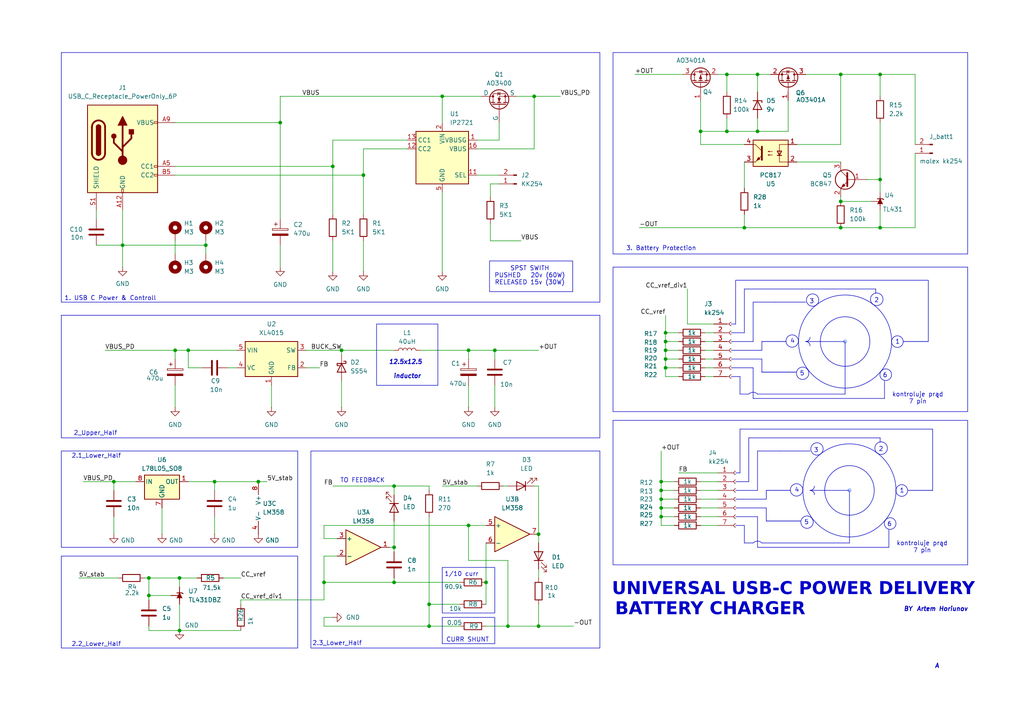
<source format=kicad_sch>
(kicad_sch (version 20231120) (generator "eeschema") (generator_version "8.0")
  (paper "A4")
  (junction (at 93.98 168.91))
  (junction (at 156.21 181.61))
  (junction (at 35.56 71.12))
  (junction (at 191.77 144.78))
  (junction (at 62.23 139.7))
  (junction (at 210.82 38.1))
  (junction (at 52.07 167.64))
  (junction (at 193.04 106.68))
  (junction (at 154.94 27.94))
  (junction (at 105.41 50.8))
  (junction (at 255.27 66.04))
  (junction (at 191.77 142.24))
  (junction (at 81.28 35.56))
  (junction (at 114.3 140.97))
  (junction (at 124.46 181.61))
  (junction (at 114.3 158.75))
  (junction (at 74.93 139.7))
  (junction (at 215.9 66.04))
  (junction (at 243.84 58.42))
  (junction (at 99.06 101.6))
  (junction (at 50.8 101.6))
  (junction (at 135.89 101.6))
  (junction (at 156.21 154.94))
  (junction (at 43.18 172.72))
  (junction (at 203.2 38.1))
  (junction (at 147.32 181.61))
  (junction (at 33.02 139.7))
  (junction (at 255.27 52.07))
  (junction (at 140.97 168.91))
  (junction (at 191.77 139.7))
  (junction (at 114.3 168.91))
  (junction (at 193.04 101.6))
  (junction (at 193.04 104.14))
  (junction (at 243.84 66.04))
  (junction (at 210.82 21.59))
  (junction (at 52.07 182.88))
  (junction (at 255.27 21.59))
  (junction (at 124.46 175.26))
  (junction (at 96.52 48.26))
  (junction (at 191.77 149.86))
  (junction (at 135.89 152.4))
  (junction (at 43.18 167.64))
  (junction (at 219.71 38.1))
  (junction (at 191.77 147.32))
  (junction (at 143.51 101.6))
  (junction (at 193.04 96.52))
  (junction (at 128.27 27.94))
  (junction (at 219.71 21.59))
  (junction (at 54.61 101.6))
  (junction (at 243.84 21.59))
  (junction (at 193.04 99.06))
  (junction (at 59.69 71.12))
  (wire (pts (xy 96.52 140.97) (xy 114.3 140.97)))
  (wire (pts (xy 255.27 66.04) (xy 243.84 66.04)))
  (wire (pts (xy 191.77 144.78) (xy 191.77 147.32)))
  (wire (pts (xy 52.07 167.64) (xy 52.07 170.18)))
  (wire (pts (xy 99.06 110.49) (xy 99.06 118.11)))
  (wire (pts (xy 138.43 50.8) (xy 144.78 50.8)))
  (wire (pts (xy 64.77 167.64) (xy 69.85 167.64)))
  (wire (pts (xy 265.43 66.04) (xy 255.27 66.04)))
  (wire (pts (xy 114.3 160.02) (xy 114.3 158.75)))
  (wire (pts (xy 142.24 53.34) (xy 144.78 53.34)))
  (wire (pts (xy 193.04 106.68) (xy 193.04 104.14)))
  (wire (pts (xy 147.32 162.56) (xy 147.32 181.61)))
  (wire (pts (xy 99.06 102.87) (xy 99.06 101.6)))
  (wire (pts (xy 204.47 109.22) (xy 207.01 109.22)))
  (wire (pts (xy 156.21 154.94) (xy 156.21 157.48)))
  (wire (pts (xy 156.21 181.61) (xy 166.37 181.61)))
  (wire (pts (xy 128.27 35.56) (xy 128.27 27.94)))
  (wire (pts (xy 33.02 139.7) (xy 39.37 139.7)))
  (wire (pts (xy 191.77 142.24) (xy 191.77 139.7)))
  (wire (pts (xy 124.46 149.86) (xy 124.46 175.26)))
  (wire (pts (xy 59.69 69.85) (xy 59.69 71.12)))
  (wire (pts (xy 69.85 173.99) (xy 69.85 175.26)))
  (wire (pts (xy 135.89 104.14) (xy 135.89 101.6)))
  (wire (pts (xy 114.3 158.75) (xy 113.03 158.75)))
  (wire (pts (xy 81.28 27.94) (xy 81.28 35.56)))
  (wire (pts (xy 203.2 149.86) (xy 208.28 149.86)))
  (wire (pts (xy 243.84 21.59) (xy 255.27 21.59)))
  (wire (pts (xy 203.2 38.1) (xy 203.2 41.91)))
  (wire (pts (xy 140.97 168.91) (xy 140.97 175.26)))
  (wire (pts (xy 105.41 43.18) (xy 105.41 50.8)))
  (wire (pts (xy 114.3 140.97) (xy 124.46 140.97)))
  (wire (pts (xy 196.85 99.06) (xy 193.04 99.06)))
  (wire (pts (xy 114.3 168.91) (xy 114.3 167.64)))
  (wire (pts (xy 193.04 109.22) (xy 193.04 106.68)))
  (wire (pts (xy 69.85 173.99) (xy 93.98 173.99)))
  (wire (pts (xy 196.85 106.68) (xy 193.04 106.68)))
  (wire (pts (xy 203.2 152.4) (xy 208.28 152.4)))
  (wire (pts (xy 128.27 140.97) (xy 138.43 140.97)))
  (wire (pts (xy 233.68 21.59) (xy 243.84 21.59)))
  (wire (pts (xy 81.28 35.56) (xy 81.28 63.5)))
  (wire (pts (xy 140.97 157.48) (xy 140.97 168.91)))
  (wire (pts (xy 185.42 66.04) (xy 215.9 66.04)))
  (wire (pts (xy 43.18 172.72) (xy 43.18 173.99)))
  (wire (pts (xy 255.27 52.07) (xy 255.27 55.88)))
  (wire (pts (xy 204.47 101.6) (xy 207.01 101.6)))
  (wire (pts (xy 219.71 21.59) (xy 219.71 26.67)))
  (wire (pts (xy 156.21 140.97) (xy 156.21 154.94)))
  (wire (pts (xy 50.8 48.26) (xy 96.52 48.26)))
  (wire (pts (xy 96.52 62.23) (xy 96.52 48.26)))
  (wire (pts (xy 193.04 99.06) (xy 193.04 96.52)))
  (wire (pts (xy 77.47 139.7) (xy 74.93 139.7)))
  (wire (pts (xy 50.8 35.56) (xy 81.28 35.56)))
  (wire (pts (xy 46.99 147.32) (xy 46.99 154.94)))
  (wire (pts (xy 30.48 101.6) (xy 50.8 101.6)))
  (wire (pts (xy 193.04 101.6) (xy 193.04 99.06)))
  (wire (pts (xy 195.58 144.78) (xy 191.77 144.78)))
  (wire (pts (xy 204.47 104.14) (xy 207.01 104.14)))
  (wire (pts (xy 96.52 179.07) (xy 93.98 179.07)))
  (wire (pts (xy 204.47 99.06) (xy 207.01 99.06)))
  (wire (pts (xy 215.9 62.23) (xy 215.9 66.04)))
  (wire (pts (xy 144.78 40.64) (xy 144.78 35.56)))
  (wire (pts (xy 124.46 175.26) (xy 124.46 181.61)))
  (wire (pts (xy 99.06 101.6) (xy 114.3 101.6)))
  (wire (pts (xy 59.69 71.12) (xy 59.69 73.66)))
  (wire (pts (xy 265.43 21.59) (xy 255.27 21.59)))
  (wire (pts (xy 191.77 144.78) (xy 191.77 142.24)))
  (wire (pts (xy 210.82 21.59) (xy 219.71 21.59)))
  (wire (pts (xy 154.94 27.94) (xy 149.86 27.94)))
  (wire (pts (xy 156.21 175.26) (xy 156.21 181.61)))
  (wire (pts (xy 196.85 137.16) (xy 208.28 137.16)))
  (wire (pts (xy 81.28 71.12) (xy 81.28 77.47)))
  (wire (pts (xy 195.58 147.32) (xy 191.77 147.32)))
  (wire (pts (xy 255.27 52.07) (xy 251.46 52.07)))
  (wire (pts (xy 50.8 69.85) (xy 50.8 73.66)))
  (wire (pts (xy 35.56 71.12) (xy 35.56 77.47)))
  (wire (pts (xy 219.71 21.59) (xy 223.52 21.59)))
  (wire (pts (xy 143.51 104.14) (xy 143.51 101.6)))
  (wire (pts (xy 105.41 43.18) (xy 118.11 43.18)))
  (wire (pts (xy 54.61 106.68) (xy 54.61 101.6)))
  (wire (pts (xy 265.43 44.45) (xy 265.43 66.04)))
  (wire (pts (xy 193.04 96.52) (xy 196.85 96.52)))
  (wire (pts (xy 22.86 167.64) (xy 34.29 167.64)))
  (wire (pts (xy 27.94 71.12) (xy 35.56 71.12)))
  (wire (pts (xy 196.85 109.22) (xy 193.04 109.22)))
  (wire (pts (xy 191.77 152.4) (xy 191.77 149.86)))
  (wire (pts (xy 196.85 101.6) (xy 193.04 101.6)))
  (wire (pts (xy 135.89 111.76) (xy 135.89 118.11)))
  (wire (pts (xy 35.56 71.12) (xy 59.69 71.12)))
  (wire (pts (xy 114.3 140.97) (xy 114.3 143.51)))
  (wire (pts (xy 243.84 41.91) (xy 231.14 41.91)))
  (wire (pts (xy 58.42 106.68) (xy 54.61 106.68)))
  (wire (pts (xy 93.98 152.4) (xy 93.98 156.21)))
  (wire (pts (xy 96.52 40.64) (xy 118.11 40.64)))
  (wire (pts (xy 151.13 69.85) (xy 142.24 69.85)))
  (wire (pts (xy 210.82 34.29) (xy 210.82 38.1)))
  (wire (pts (xy 142.24 64.77) (xy 142.24 69.85)))
  (wire (pts (xy 208.28 21.59) (xy 210.82 21.59)))
  (wire (pts (xy 143.51 111.76) (xy 143.51 118.11)))
  (wire (pts (xy 96.52 69.85) (xy 96.52 78.74)))
  (wire (pts (xy 191.77 149.86) (xy 191.77 147.32)))
  (wire (pts (xy 43.18 167.64) (xy 52.07 167.64)))
  (wire (pts (xy 105.41 69.85) (xy 105.41 78.74)))
  (wire (pts (xy 203.2 139.7) (xy 208.28 139.7)))
  (wire (pts (xy 54.61 101.6) (xy 68.58 101.6)))
  (wire (pts (xy 210.82 21.59) (xy 210.82 26.67)))
  (wire (pts (xy 50.8 111.76) (xy 50.8 118.11)))
  (wire (pts (xy 210.82 38.1) (xy 219.71 38.1)))
  (wire (pts (xy 228.6 29.21) (xy 228.6 38.1)))
  (wire (pts (xy 243.84 57.15) (xy 243.84 58.42)))
  (wire (pts (xy 128.27 27.94) (xy 139.7 27.94)))
  (wire (pts (xy 135.89 162.56) (xy 147.32 162.56)))
  (wire (pts (xy 78.74 111.76) (xy 78.74 118.11)))
  (wire (pts (xy 195.58 149.86) (xy 191.77 149.86)))
  (wire (pts (xy 43.18 182.88) (xy 52.07 182.88)))
  (wire (pts (xy 124.46 140.97) (xy 124.46 142.24)))
  (wire (pts (xy 195.58 142.24) (xy 191.77 142.24)))
  (wire (pts (xy 35.56 60.96) (xy 35.56 71.12)))
  (wire (pts (xy 41.91 167.64) (xy 43.18 167.64)))
  (wire (pts (xy 143.51 101.6) (xy 135.89 101.6)))
  (wire (pts (xy 50.8 50.8) (xy 105.41 50.8)))
  (wire (pts (xy 105.41 50.8) (xy 105.41 62.23)))
  (wire (pts (xy 156.21 165.1) (xy 156.21 167.64)))
  (wire (pts (xy 255.27 60.96) (xy 255.27 66.04)))
  (wire (pts (xy 121.92 101.6) (xy 135.89 101.6)))
  (wire (pts (xy 43.18 172.72) (xy 43.18 167.64)))
  (wire (pts (xy 93.98 168.91) (xy 93.98 161.29)))
  (wire (pts (xy 154.94 27.94) (xy 162.56 27.94)))
  (wire (pts (xy 140.97 181.61) (xy 147.32 181.61)))
  (wire (pts (xy 203.2 38.1) (xy 210.82 38.1)))
  (wire (pts (xy 133.35 168.91) (xy 114.3 168.91)))
  (wire (pts (xy 92.71 106.68) (xy 88.9 106.68)))
  (wire (pts (xy 193.04 101.6) (xy 193.04 104.14)))
  (wire (pts (xy 184.15 21.59) (xy 198.12 21.59)))
  (wire (pts (xy 154.94 43.18) (xy 154.94 27.94)))
  (wire (pts (xy 203.2 29.21) (xy 203.2 38.1)))
  (wire (pts (xy 124.46 175.26) (xy 133.35 175.26)))
  (wire (pts (xy 142.24 57.15) (xy 142.24 53.34)))
  (wire (pts (xy 147.32 181.61) (xy 156.21 181.61)))
  (wire (pts (xy 49.53 172.72) (xy 43.18 172.72)))
  (wire (pts (xy 199.39 83.82) (xy 199.39 93.98)))
  (wire (pts (xy 203.2 142.24) (xy 208.28 142.24)))
  (wire (pts (xy 33.02 149.86) (xy 33.02 154.94)))
  (wire (pts (xy 204.47 106.68) (xy 207.01 106.68)))
  (wire (pts (xy 62.23 149.86) (xy 62.23 154.94)))
  (wire (pts (xy 255.27 35.56) (xy 255.27 52.07)))
  (wire (pts (xy 69.85 182.88) (xy 52.07 182.88)))
  (wire (pts (xy 62.23 139.7) (xy 62.23 142.24)))
  (wire (pts (xy 62.23 139.7) (xy 74.93 139.7)))
  (wire (pts (xy 81.28 27.94) (xy 128.27 27.94)))
  (wire (pts (xy 195.58 152.4) (xy 191.77 152.4)))
  (wire (pts (xy 93.98 179.07) (xy 93.98 181.61)))
  (wire (pts (xy 27.94 63.5) (xy 27.94 60.96)))
  (wire (pts (xy 255.27 27.94) (xy 255.27 21.59)))
  (wire (pts (xy 93.98 156.21) (xy 97.79 156.21)))
  (wire (pts (xy 219.71 38.1) (xy 228.6 38.1)))
  (wire (pts (xy 191.77 130.81) (xy 191.77 139.7)))
  (wire (pts (xy 68.58 106.68) (xy 66.04 106.68)))
  (wire (pts (xy 140.97 152.4) (xy 135.89 152.4)))
  (wire (pts (xy 99.06 101.6) (xy 88.9 101.6)))
  (wire (pts (xy 24.13 139.7) (xy 33.02 139.7)))
  (wire (pts (xy 215.9 66.04) (xy 243.84 66.04)))
  (wire (pts (xy 52.07 167.64) (xy 57.15 167.64)))
  (wire (pts (xy 54.61 139.7) (xy 62.23 139.7)))
  (wire (pts (xy 138.43 40.64) (xy 144.78 40.64)))
  (wire (pts (xy 128.27 55.88) (xy 128.27 78.74)))
  (wire (pts (xy 204.47 96.52) (xy 207.01 96.52)))
  (wire (pts (xy 243.84 41.91) (xy 243.84 21.59)))
  (wire (pts (xy 199.39 93.98) (xy 207.01 93.98)))
  (wire (pts (xy 146.05 140.97) (xy 147.32 140.97)))
  (wire (pts (xy 52.07 175.26) (xy 52.07 182.88)))
  (wire (pts (xy 138.43 43.18) (xy 154.94 43.18)))
  (wire (pts (xy 193.04 91.44) (xy 193.04 96.52)))
  (wire (pts (xy 243.84 58.42) (xy 252.73 58.42)))
  (wire (pts (xy 114.3 151.13) (xy 114.3 158.75)))
  (wire (pts (xy 93.98 161.29) (xy 97.79 161.29)))
  (wire (pts (xy 93.98 181.61) (xy 124.46 181.61)))
  (wire (pts (xy 219.71 34.29) (xy 219.71 38.1)))
  (wire (pts (xy 191.77 139.7) (xy 195.58 139.7)))
  (wire (pts (xy 50.8 101.6) (xy 54.61 101.6)))
  (wire (pts (xy 43.18 182.88) (xy 43.18 181.61)))
  (wire (pts (xy 154.94 140.97) (xy 156.21 140.97)))
  (wire (pts (xy 203.2 144.78) (xy 208.28 144.78)))
  (wire (pts (xy 143.51 101.6) (xy 156.21 101.6)))
  (wire (pts (xy 265.43 41.91) (xy 265.43 21.59)))
  (wire (pts (xy 50.8 101.6) (xy 50.8 104.14)))
  (wire (pts (xy 93.98 168.91) (xy 114.3 168.91)))
  (wire (pts (xy 96.52 48.26) (xy 96.52 40.64)))
  (wire (pts (xy 124.46 181.61) (xy 133.35 181.61)))
  (wire (pts (xy 135.89 152.4) (xy 93.98 152.4)))
  (wire (pts (xy 203.2 147.32) (xy 208.28 147.32)))
  (wire (pts (xy 231.14 46.99) (xy 243.84 46.99)))
  (wire (pts (xy 215.9 46.99) (xy 215.9 54.61)))
  (wire (pts (xy 93.98 168.91) (xy 93.98 173.99)))
  (wire (pts (xy 33.02 142.24) (xy 33.02 139.7)))
  (wire (pts (xy 135.89 152.4) (xy 135.89 162.56)))
  (wire (pts (xy 203.2 41.91) (xy 215.9 41.91)))
  (wire (pts (xy 196.85 104.14) (xy 193.04 104.14)))
  (rectangle (start 128.27 179.07) (end 143.51 186.69))
  (rectangle (start 17.78 161.29) (end 86.36 187.96))
  (rectangle (start 269.24 81.28) (end 269.24 99.06))
  (rectangle (start 212.09 101.6) (end 220.98 101.6))
  (rectangle (start 220.98 99.06) (end 220.98 101.6))
  (rectangle (start 214.63 124.46) (end 270.51 124.46))
  (rectangle (start 218.44 87.63) (end 218.44 99.06))
  (rectangle (start 233.68 99.06) (end 245.11 99.06))
  (rectangle (start 17.78 91.44) (end 173.99 127))
  (circle (center 245.11 99.06) (radius 7.1842))
  (rectangle (start 219.71 114.3) (end 245.11 114.3))
  (rectangle (start 128.27 164.5795) (end 143.51 177.8))
  (rectangle (start 214.63 109.22) (end 214.63 114.3))
  (rectangle (start 222.25 142.24) (end 222.25 144.78))
  (rectangle (start 263.3541 142.2146) (end 270.51 142.24))
  (rectangle (start 215.9 83.82) (end 254 83.82))
  (arc (start 236.22 140.97) (mid 235.848 141.868) (end 234.95 142.24))
  (rectangle (start 141.986 75.692) (end 166.116 84.582))
  (rectangle (start 222.25 151.1046) (end 232.1813 151.13))
  (rectangle (start 213.36 144.78) (end 222.25 144.78))
  (rectangle (start 254 83.82) (end 254 85.09))
  (circle (center 246.38 142.24) (radius 7.1842))
  (circle (center 231.0346 142.0941) (radius 1.7961))
  (rectangle (start 215.9 83.82) (end 215.9 96.52))
  (rectangle (start 270.51 124.46) (end 270.51 142.24))
  (rectangle (start 212.09 106.68) (end 218.44 106.68))
  (circle (center 261.548 142.268) (radius 1.6901))
  (arc (start 234.95 97.79) (mid 234.578 98.688) (end 233.68 99.06))
  (rectangle (start 222.25 147.32) (end 222.25 151.13))
  (circle (center 254.2902 86.8075) (radius 1.826))
  (rectangle (start 224.79 87.63) (end 233.68 87.63))
  (rectangle (start 219.71 130.81) (end 219.71 142.24))
  (rectangle (start 212.09 109.22) (end 214.63 109.22))
  (rectangle (start 255.27 127) (end 255.27 128.27))
  (arc (start 234.95 142.24) (mid 235.848 142.612) (end 236.22 143.51))
  (rectangle (start 213.36 149.86) (end 219.71 149.86))
  (circle (center 260.278 99.088) (radius 1.6901))
  (rectangle (start 218.44 106.68) (end 218.44 115.57))
  (circle (center 245.11 99.06) (radius 0.4474) (stroke (width 0) (color 72 123 255 1)))
  (rectangle (start 109.22 93.98) (end 127 111.76))
  (circle (center 255.5602 129.9875) (radius 1.826))
  (rectangle (start 226.06 130.81) (end 234.95 130.81))
  (rectangle (start 213.36 81.28) (end 213.36 93.98))
  (rectangle (start 213.36 137.16) (end 214.63 137.16))
  (rectangle (start 213.36 147.32) (end 222.25 147.32))
  (rectangle (start 213.36 152.4) (end 215.9 152.4))
  (circle (center 236.9567 130.2107) (radius 1.7961))
  (rectangle (start 262.0841 99.0346) (end 269.24 99.06))
  (rectangle (start 212.09 99.06) (end 218.44 99.06))
  (rectangle (start 217.17 127) (end 217.17 139.7))
  (arc (start 233.68 99.06) (mid 234.578 99.432) (end 234.95 100.33))
  (rectangle (start 256.54 110.49) (end 256.54 115.57))
  (rectangle (start 177.8 77.47) (end 280.67 119.38))
  (rectangle (start 246.38 142.24) (end 246.38 157.48))
  (circle (center 234.0699 151.4415) (radius 1.7961))
  (arc (start 218.44 157.48) (mid 219.71 156.9539) (end 220.98 157.48))
  (rectangle (start 213.36 81.28) (end 269.24 81.28))
  (rectangle (start 215.9 157.48) (end 218.44 157.48))
  (rectangle (start 220.98 99.0346) (end 227.9791 99.06))
  (rectangle (start 217.17 127) (end 255.27 127))
  (arc (start 217.17 114.3) (mid 218.44 113.7739) (end 219.71 114.3))
  (circle (center 256.91 108.6757) (radius 1.6901))
  (rectangle (start 218.44 115.57) (end 256.54 115.57))
  (rectangle (start 219.71 158.75) (end 257.81 158.75))
  (rectangle (start 218.44 87.63) (end 224.79 87.63))
  (circle (center 229.7646 98.9141) (radius 1.7961))
  (rectangle (start 220.98 157.48) (end 246.38 157.48))
  (rectangle (start 222.25 142.2146) (end 229.2491 142.24))
  (rectangle (start 212.09 93.98) (end 213.36 93.98))
  (circle (center 258.18 151.8557) (radius 1.6901))
  (rectangle (start 177.8 15.24) (end 280.67 73.66))
  (rectangle (start 219.71 149.86) (end 219.71 158.75))
  (rectangle (start 220.98 104.14) (end 220.98 107.95))
  (rectangle (start 214.63 124.46) (end 214.63 137.16))
  (circle (center 235.6867 87.0307) (radius 1.7961))
  (rectangle (start 213.36 139.7) (end 217.17 139.7))
  (rectangle (start 257.81 153.67) (end 257.81 158.75))
  (rectangle (start 213.36 142.24) (end 219.71 142.24))
  (rectangle (start 214.63 114.3) (end 217.17 114.3))
  (circle (center 246.38 142.24) (radius 0.4474) (stroke (width 0) (color 72 123 255 1)))
  (rectangle (start 17.78 15.24) (end 173.99 87.63))
  (rectangle (start 219.71 130.81) (end 226.06 130.81))
  (rectangle (start 17.78 130.81) (end 86.36 158.75))
  (circle (center 245.11 99.06) (radius 13.5003))
  (rectangle (start 245.11 99.06) (end 245.11 114.3))
  (rectangle (start 234.95 142.24) (end 246.38 142.24))
  (circle (center 246.38 142.24) (radius 13.5003))
  (rectangle (start 212.09 96.52) (end 215.9 96.52))
  (rectangle (start 215.9 152.4) (end 215.9 157.48))
  (rectangle (start 220.98 107.9246) (end 230.9113 107.95))
  (rectangle (start 177.8 121.92) (end 280.67 163.83))
  (rectangle (start 212.09 104.14) (end 220.98 104.14))
  (circle (center 232.7999 108.2615) (radius 1.7961))
  (rectangle (start 90.17 130.81) (end 173.99 187.96))
  (text "BATTERY CHARGER" (at 205.994 177.8 0) (effects (font (size 3.683 3.683) (bold yes) (italic yes))))
  (text "1/10 curr\n" (at 133.858 166.624 0) (effects (font (size 1.27 1.27))))
  (text "4\n" (at 229.87 99.06 0) (effects (font (size 1.27 1.27))))
  (text "2\n" (at 254.2552 87.2093 0) (effects (font (size 1.27 1.27))))
  (text "5\n" (at 232.654 108.4325 0) (effects (font (size 1.27 1.27))))
  (text "2.2_Lower_Half" (at 27.94 186.944 0) (effects (font (size 1.27 1.27))))
  (text "1\n" (at 260.3448 99.264 0) (effects (font (size 1.27 1.27))))
  (text "TO FEEDBACK\n" (at 105.156 139.446 0) (effects (font (size 1.27 1.27))))
  (text "kontroluje prąd\n7 pin\n" (at 267.462 158.75 0) (effects (font (size 1.27 1.27))))
  (text "2.1_Lower_Half" (at 27.94 132.334 0) (effects (font (size 1.27 1.27))))
  (text "4\n" (at 231.14 142.24 0) (effects (font (size 1.27 1.27))))
  (text "1\n" (at 261.6148 142.444 0) (effects (font (size 1.27 1.27))))
  (text "SPST SWITH\nPUSHED   20v (60W)\nRELEASED 15v (30W)" (at 153.67 80.01 0) (effects (font (size 1.27 1.27))))
  (text "UNIVERSAL USB-C POWER DELIVERY\n" (at 230.124 171.958 0) (effects (font (size 3.683 3.683) (thickness 0.254) (bold yes) (italic yes))))
  (text "kontroluje prąd\n7 pin\n" (at 266.192 115.57 0) (effects (font (size 1.27 1.27))))
  (text "3. Battery Protection" (at 191.77 72.136 0) (effects (font (size 1.27 1.27))))
  (text "5\n" (at 233.924 151.6125 0) (effects (font (size 1.27 1.27))))
  (text "2.3_Lower_Half\n" (at 97.79 186.69 0) (effects (font (size 1.27 1.27))))
  (text "3" (at 235.4492 87.5247 0) (effects (font (size 1.27 1.27))))
  (text "CURR SHUNT\n\n" (at 135.636 186.69 0) (effects (font (size 1.27 1.27))))
  (text "12.5x12.5 \n\ninductor" (at 118.11 107.188 0) (effects (font (size 1.27 1.27) (bold yes) (italic yes))))
  (text "BY\n" (at 263.398 176.784 0) (effects (font (size 1.27 1.27) (bold yes) (italic yes))))
  (text "A\n" (at 271.78 193.294 0) (effects (font (size 1.27 1.27) (bold yes) (italic yes))))
  (text "2\n" (at 255.5252 130.3893 0) (effects (font (size 1.27 1.27))))
  (text "6\n" (at 256.7232 108.9859 0) (effects (font (size 1.27 1.27))))
  (text "1. USB C Power & Controll" (at 32.004 86.614 0) (effects (font (size 1.27 1.27))))
  (text "2_Upper_Half\n" (at 27.686 125.73 0) (effects (font (size 1.27 1.27))))
  (text "6\n" (at 257.9932 152.1659 0) (effects (font (size 1.27 1.27))))
  (text "3" (at 236.7192 130.7047 0) (effects (font (size 1.27 1.27))))
  (text "Artem Horiunov" (at 273.304 176.784 0) (effects (font (size 1.27 1.27) (bold yes) (italic yes))))
  (label "+OUT" (at 184.15 21.59 0))
  (label "CC_vref_div1" (at 69.85 173.99 0))
  (label "CC_vref" (at 193.04 91.44 180))
  (label "VBUS" (at 151.13 69.85 0))
  (label "FB" (at 196.85 137.16 0))
  (label "FB" (at 96.52 140.97 180))
  (label "5V_stab" (at 128.27 140.97 0))
  (label "5V_stab" (at 22.86 167.64 0))
  (label "-OUT" (at 185.42 66.04 0))
  (label "-OUT" (at 166.37 181.61 0))
  (label "VBUS_PD" (at 24.13 139.7 0))
  (label "BUCK_SW" (at 90.17 101.6 0))
  (label "VBUS_PD" (at 30.48 101.6 0))
  (label "VBUS" (at 87.63 27.94 0))
  (label "CC_vref_div1" (at 199.39 83.82 180))
  (label "VBUS_PD" (at 162.56 27.94 0))
  (label "FB" (at 92.71 106.68 0))
  (label "+OUT" (at 156.21 101.6 0))
  (label "CC_vref" (at 69.85 167.64 0))
  (label "5V_stab" (at 77.47 139.7 0))
  (label "+OUT" (at 191.77 130.81 0))
  (symbol (lib_id "Device:R") (at 156.21 171.45 0) (unit 1)
    (property "Reference" "R10" (at 157.988 170.434 0) (effects (justify left)))
    (property "Value" "1k" (at 158.75 172.7199 0) (effects (justify left)))
    (property "Footprint" "Resistor_SMD:R_0603_1608Metric_Pad0.98x0.95mm_HandSolder" (effects (hide yes)))
    (property "Description" "Resistor" (effects (hide yes)))
  )
  (symbol (lib_id "Reference_Voltage:TL431DBZ") (at 255.27 58.42 90) (unit 1)
    (property "Reference" "U4" (at 256.54 56.642 90) (effects (justify right)))
    (property "Value" "TL431" (at 256.032 60.706 90) (effects (justify right)))
    (property "Footprint" "Package_TO_SOT_SMD:SOT-23" (effects (hide yes)))
    (property "Datasheet" "http://www.ti.com/lit/ds/symlink/tl431.pdf" (effects (hide yes)))
    (property "Description" "Shunt Regulator, SOT-23" (effects (hide yes)))
  )
  (symbol (lib_id "Amplifier_Operational:LM358") (at 148.59 154.94 0) (unit 2)
    (property "Reference" "U3" (at 148.59 144.78 0))
    (property "Value" "LM358" (at 148.59 147.32 0))
    (property "Footprint" "Package_SO:SO-8_3.9x4.9mm_P1.27mm" (effects (hide yes)))
    (property "Datasheet" "http://www.ti.com/lit/ds/symlink/lm2904-n.pdf" (effects (hide yes)))
    (property "Description" "Low-Power, Dual Operational Amplifiers, DIP-8/SOIC-8/TO-99-8" (effects (hide yes)))
  )
  (symbol (lib_id "power:GND") (at 135.89 118.11 0) (unit 1)
    (property "Reference" "#PWR013" (effects (hide yes)))
    (property "Value" "GND" (at 135.89 123.19 0))
    (property "Description" "Power symbol creates a global label with name \"GND\" , ground" (effects (hide yes)))
  )
  (symbol (lib_id "Device:R") (at 200.66 104.14 90) (unit 1)
    (property "Reference" "R20" (at 188.722 103.886 90))
    (property "Value" "1k" (at 200.66 104.14 90))
    (property "Footprint" "Resistor_SMD:R_0603_1608Metric_Pad0.98x0.95mm_HandSolder" (effects (hide yes)))
    (property "Description" "Resistor" (effects (hide yes)))
  )
  (symbol (lib_id "Device:C") (at 33.02 146.05 0) (unit 1)
    (property "Reference" "C3" (at 36.83 144.7799 0) (effects (justify left)))
    (property "Value" "10n" (at 36.83 147.3199 0) (effects (justify left)))
    (property "Footprint" "Capacitor_SMD:C_0603_1608Metric_Pad1.08x0.95mm_HandSolder" (effects (hide yes)))
    (property "Description" "Unpolarized capacitor" (effects (hide yes)))
  )
  (symbol (lib_id "power:GND") (at 33.02 154.94 0) (unit 1)
    (property "Reference" "#PWR08" (effects (hide yes)))
    (property "Value" "GND" (at 37.084 156.718 0))
    (property "Description" "Power symbol creates a global label with name \"GND\" , ground" (effects (hide yes)))
  )
  (symbol (lib_id "Simulation_SPICE:NMOS") (at 144.78 30.48 90) (unit 1)
    (property "Reference" "Q1" (at 144.78 21.59 90))
    (property "Value" "AO3400" (at 144.78 24.13 90))
    (property "Footprint" "Package_TO_SOT_SMD:SOT-23" (effects (hide yes)))
    (property "Datasheet" "https://ngspice.sourceforge.io/docs/ngspice-html-manual/manual.xhtml#cha_MOSFETs" (effects (hide yes)))
    (property "Description" "N-MOSFET transistor, drain/source/gate" (effects (hide yes)))
    (property "Sim.Device" "NMOS" (effects (hide yes)))
    (property "Sim.Type" "VDMOS" (effects (hide yes)))
    (property "Sim.Pins" "1=D 2=G 3=S" (effects (hide yes)))
  )
  (symbol (lib_id "Mechanical:MountingHole_Pad") (at 50.8 67.31 0) (unit 1)
    (property "Reference" "H1" (at 53.34 64.7699 0) (effects (justify left)))
    (property "Value" "M3" (at 53.34 67.3099 0) (effects (justify left)))
    (property "Footprint" "MountingHole:MountingHole_3.2mm_M3_Pad_Via" (effects (hide yes)))
    (property "Description" "Mounting Hole with connection" (effects (hide yes)))
  )
  (symbol (lib_id "Device:R") (at 142.24 140.97 90) (unit 1)
    (property "Reference" "R7" (at 142.24 134.62 90))
    (property "Value" "1k" (at 142.24 137.16 90))
    (property "Footprint" "Resistor_SMD:R_0603_1608Metric_Pad0.98x0.95mm_HandSolder" (effects (hide yes)))
    (property "Description" "Resistor" (effects (hide yes)))
  )
  (symbol (lib_id "Device:R") (at 124.46 146.05 180) (unit 1)
    (property "Reference" "R11" (at 127 144.7799 0) (effects (justify right)))
    (property "Value" "270" (at 127 147.3199 0) (effects (justify right)))
    (property "Footprint" "Resistor_SMD:R_0603_1608Metric_Pad0.98x0.95mm_HandSolder" (effects (hide yes)))
    (property "Description" "Resistor" (effects (hide yes)))
  )
  (symbol (lib_id "Device:C_Polarized") (at 135.89 107.95 0) (unit 1)
    (property "Reference" "C1" (at 130.81 105.41 0) (effects (justify left)))
    (property "Value" "470u" (at 130.302 111.252 0) (effects (justify left)))
    (property "Footprint" "Capacitor_SMD:CP_Elec_10x10" (effects (hide yes)))
    (property "Description" "Polarized capacitor" (effects (hide yes)))
  )
  (symbol (lib_id "Device:R") (at 215.9 58.42 180) (unit 1)
    (property "Reference" "R28" (at 218.44 57.1499 0) (effects (justify right)))
    (property "Value" "1k" (at 218.44 59.6899 0) (effects (justify right)))
    (property "Footprint" "Resistor_SMD:R_0603_1608Metric_Pad0.98x0.95mm_HandSolder" (effects (hide yes)))
    (property "Description" "Resistor" (effects (hide yes)))
  )
  (symbol (lib_id "Device:LED") (at 156.21 161.29 90) (unit 1)
    (property "Reference" "D1" (at 160.02 161.6074 90) (effects (justify right)))
    (property "Value" "LED" (at 160.02 164.1474 90) (effects (justify right)))
    (property "Footprint" "LED_SMD:LED_0603_1608Metric" (effects (hide yes)))
    (property "Description" "Light emitting diode" (effects (hide yes)))
  )
  (symbol (lib_id "Amplifier_Operational:LM358") (at 77.47 147.32 0) (unit 3)
    (property "Reference" "U3" (at 76.2 146.0499 0) (effects (justify left)))
    (property "Value" "LM358" (at 76.2 148.5899 0) (effects (justify left)))
    (property "Footprint" "Package_SO:SO-8_3.9x4.9mm_P1.27mm" (effects (hide yes)))
    (property "Datasheet" "http://www.ti.com/lit/ds/symlink/lm2904-n.pdf" (effects (hide yes)))
    (property "Description" "Low-Power, Dual Operational Amplifiers, DIP-8/SOIC-8/TO-99-8" (effects (hide yes)))
  )
  (symbol (lib_id "power:GND") (at 78.74 118.11 0) (unit 1)
    (property "Reference" "#PWR04" (effects (hide yes)))
    (property "Value" "GND" (at 78.74 123.19 0))
    (property "Description" "Power symbol creates a global label with name \"GND\" , ground" (effects (hide yes)))
  )
  (symbol (lib_id "Device:C_Polarized") (at 50.8 107.95 0) (unit 1)
    (property "Reference" "C6" (at 43.18 107.95 0) (effects (justify left)))
    (property "Value" "470u" (at 42.418 109.728 0) (effects (justify left)))
    (property "Footprint" "Capacitor_SMD:CP_Elec_10x10" (effects (hide yes)))
    (property "Description" "Polarized capacitor" (effects (hide yes)))
  )
  (symbol (lib_id "Connector:Conn_01x07_Socket") (at 213.36 144.78 0) (unit 1)
    (property "Reference" "J4" (at 205.486 131.318 0) (effects (justify left)))
    (property "Value" "kk254" (at 205.486 133.858 0) (effects (justify left)))
    (property "Footprint" "Connector_Molex:Molex_KK-254_AE-6410-07A_1x07_P2.54mm_Vertical" (effects (hide yes)))
    (property "Description" "Generic connector, single row, 01x07, script generated" (effects (hide yes)))
  )
  (symbol (lib_id "Regulator_Linear:L78L05_SO8") (at 46.99 139.7 0) (unit 1)
    (property "Reference" "U6" (at 46.99 133.35 0))
    (property "Value" "L78L05_SO8" (at 46.99 135.89 0))
    (property "Footprint" "Package_SO:SOIC-8_3.9x4.9mm_P1.27mm" (effects (hide yes)))
    (property "Datasheet" "http://www.st.com/content/ccc/resource/technical/document/datasheet/15/55/e5/aa/23/5b/43/fd/CD00000446.pdf/files/CD00000446.pdf/jcr:content/translations/en.CD00000446.pdf" (effects (hide yes)))
    (property "Description" "Positive 100mA 30V Linear Regulator, Fixed Output 5V, SO-8" (effects (hide yes)))
  )
  (symbol (lib_id "Device:R") (at 199.39 147.32 90) (unit 1)
    (property "Reference" "R24" (at 187.452 147.066 90))
    (property "Value" "1k" (at 199.39 147.32 90))
    (property "Footprint" "Resistor_SMD:R_0603_1608Metric_Pad0.98x0.95mm_HandSolder" (effects (hide yes)))
    (property "Description" "Resistor" (effects (hide yes)))
  )
  (symbol (lib_id "Device:C_Polarized") (at 81.28 67.31 0) (unit 1)
    (property "Reference" "C2" (at 85.09 65.1509 0) (effects (justify left)))
    (property "Value" "470u" (at 85.09 67.6909 0) (effects (justify left)))
    (property "Footprint" "Capacitor_SMD:CP_Elec_10x10" (effects (hide yes)))
    (property "Description" "Polarized capacitor" (effects (hide yes)))
  )
  (symbol (lib_id "Connector:USB_C_Receptacle_PowerOnly_6P") (at 35.56 43.18 0) (unit 1)
    (property "Reference" "J1" (at 35.56 25.4 0))
    (property "Value" "USB_C_Receptacle_PowerOnly_6P" (at 35.56 27.94 0))
    (property "Footprint" "Connector_USB:USB_C_Receptacle_GCT_USB4135-GF-A_6P_TopMnt_Horizontal" (effects (hide yes)))
    (property "Datasheet" "https://www.usb.org/sites/default/files/documents/usb_type-c.zip" (effects (hide yes)))
    (property "Description" "USB Power-Only 6P Type-C Receptacle connector" (effects (hide yes)))
  )
  (symbol (lib_id "Device:C") (at 43.18 177.8 0) (unit 1)
    (property "Reference" "C5" (at 46.99 176.5299 0) (effects (justify left)))
    (property "Value" "1u" (at 46.99 179.0699 0) (effects (justify left)))
    (property "Footprint" "Capacitor_SMD:C_0805_2012Metric_Pad1.18x1.45mm_HandSolder" (effects (hide yes)))
    (property "Description" "Unpolarized capacitor" (effects (hide yes)))
  )
  (symbol (lib_id "Device:R") (at 199.39 149.86 90) (unit 1)
    (property "Reference" "R25" (at 187.452 149.352 90))
    (property "Value" "1k" (at 199.39 149.86 90))
    (property "Footprint" "Resistor_SMD:R_0603_1608Metric_Pad0.98x0.95mm_HandSolder" (effects (hide yes)))
    (property "Description" "Resistor" (effects (hide yes)))
  )
  (symbol (lib_id "power:GND") (at 81.28 77.47 0) (unit 1)
    (property "Reference" "#PWR06" (effects (hide yes)))
    (property "Value" "GND" (at 81.28 82.55 0))
    (property "Description" "Power symbol creates a global label with name \"GND\" , ground" (effects (hide yes)))
  )
  (symbol (lib_id "Device:R") (at 199.39 152.4 90) (unit 1)
    (property "Reference" "R27" (at 187.452 151.892 90))
    (property "Value" "1k" (at 199.39 152.4 90))
    (property "Footprint" "Resistor_SMD:R_0603_1608Metric_Pad0.98x0.95mm_HandSolder" (effects (hide yes)))
    (property "Description" "Resistor" (effects (hide yes)))
  )
  (symbol (lib_id "power:GND") (at 35.56 77.47 0) (unit 1)
    (property "Reference" "#PWR03" (effects (hide yes)))
    (property "Value" "GND" (at 35.56 82.296 0))
    (property "Description" "Power symbol creates a global label with name \"GND\" , ground" (effects (hide yes)))
  )
  (symbol (lib_id "power:GND") (at 62.23 154.94 0) (unit 1)
    (property "Reference" "#PWR09" (effects (hide yes)))
    (property "Value" "GND" (at 66.294 156.718 0))
    (property "Description" "Power symbol creates a global label with name \"GND\" , ground" (effects (hide yes)))
  )
  (symbol (lib_id "Device:R") (at 200.66 99.06 90) (unit 1)
    (property "Reference" "R18" (at 188.722 99.314 90))
    (property "Value" "1k" (at 200.66 99.06 90))
    (property "Footprint" "Resistor_SMD:R_0603_1608Metric_Pad0.98x0.95mm_HandSolder" (effects (hide yes)))
    (property "Description" "Resistor" (effects (hide yes)))
  )
  (symbol (lib_id "Device:R") (at 137.16 175.26 90) (unit 1)
    (property "Reference" "R8" (at 137.16 175.26 90))
    (property "Value" "10k" (at 132.08 176.53 90))
    (property "Footprint" "Resistor_SMD:R_0603_1608Metric_Pad0.98x0.95mm_HandSolder" (effects (hide yes)))
    (property "Description" "Resistor" (effects (hide yes)))
  )
  (symbol (lib_id "Device:R") (at 137.16 168.91 90) (unit 1)
    (property "Reference" "R6" (at 137.16 168.91 90))
    (property "Value" "90.9k" (at 131.572 170.18 90))
    (property "Footprint" "Resistor_SMD:R_0603_1608Metric_Pad0.98x0.95mm_HandSolder" (effects (hide yes)))
    (property "Description" "Resistor" (effects (hide yes)))
  )
  (symbol (lib_id "Device:R") (at 200.66 106.68 90) (unit 1)
    (property "Reference" "R21" (at 188.722 106.172 90))
    (property "Value" "1k" (at 200.66 106.68 90))
    (property "Footprint" "Resistor_SMD:R_0603_1608Metric_Pad0.98x0.95mm_HandSolder" (effects (hide yes)))
    (property "Description" "Resistor" (effects (hide yes)))
  )
  (symbol (lib_id "Device:R") (at 142.24 60.96 0) (unit 1)
    (property "Reference" "R3" (at 144.78 59.6899 0) (effects (justify left)))
    (property "Value" "5K1" (at 144.78 62.2299 0) (effects (justify left)))
    (property "Footprint" "Resistor_SMD:R_0603_1608Metric_Pad0.98x0.95mm_HandSolder" (effects (hide yes)))
    (property "Description" "Resistor" (effects (hide yes)))
  )
  (symbol (lib_id "Device:R") (at 199.39 139.7 90) (unit 1)
    (property "Reference" "R12" (at 187.452 139.954 90))
    (property "Value" "1k" (at 199.39 139.7 90))
    (property "Footprint" "Resistor_SMD:R_0603_1608Metric_Pad0.98x0.95mm_HandSolder" (effects (hide yes)))
    (property "Description" "Resistor" (effects (hide yes)))
  )
  (symbol (lib_id "Device:C") (at 27.94 67.31 180) (unit 1)
    (property "Reference" "C10" (at 22.098 66.548 0))
    (property "Value" "10n" (at 22.352 68.834 0))
    (property "Footprint" "Capacitor_SMD:C_0603_1608Metric_Pad1.08x0.95mm_HandSolder" (effects (hide yes)))
    (property "Description" "Unpolarized capacitor" (effects (hide yes)))
  )
  (symbol (lib_id "Device:R") (at 105.41 66.04 0) (unit 1)
    (property "Reference" "R1" (at 107.95 64.7699 0) (effects (justify left)))
    (property "Value" "5K1" (at 107.95 67.3099 0) (effects (justify left)))
    (property "Footprint" "Resistor_SMD:R_0603_1608Metric_Pad0.98x0.95mm_HandSolder" (effects (hide yes)))
    (property "Description" "Resistor" (effects (hide yes)))
  )
  (symbol (lib_id "Regulator_Switching:XL4015") (at 78.74 104.14 0) (unit 1)
    (property "Reference" "U2" (at 78.74 93.98 0))
    (property "Value" "XL4015" (at 78.74 96.52 0))
    (property "Footprint" "Package_TO_SOT_SMD:TO-263-5_TabPin3" (effects (hide yes)))
    (property "Datasheet" "http://www.xlsemi.net/datasheet/XL4015%20datasheet-English.pdf" (effects (hide yes)))
    (property "Description" "5A 180kHz 36V Buck DC to DC Converter" (effects (hide yes)))
  )
  (symbol (lib_id "Device:C") (at 114.3 163.83 0) (unit 1)
    (property "Reference" "C8" (at 118.11 162.5599 0) (effects (justify left)))
    (property "Value" "1n" (at 118.11 165.0999 0) (effects (justify left)))
    (property "Footprint" "Capacitor_SMD:C_0603_1608Metric_Pad1.08x0.95mm_HandSolder" (effects (hide yes)))
    (property "Description" "Unpolarized capacitor" (effects (hide yes)))
  )
  (symbol (lib_id "Diode:SS38") (at 99.06 106.68 270) (unit 1)
    (property "Reference" "D2" (at 101.6 105.0924 90) (effects (justify left)))
    (property "Value" "SS54" (at 101.6 107.6324 90) (effects (justify left)))
    (property "Footprint" "Diode_SMD:D_SMA" (effects (hide yes)))
    (property "Datasheet" "https://www.microdiode.com/uploadfiles//PDF/SS32-THRU-SS3200-SMA.pdf" (effects (hide yes)))
    (property "Description" "80V 3A Schottky Diode, SMA" (effects (hide yes)))
  )
  (symbol (lib_id "Transistor_FET:AO3401A") (at 203.2 24.13 90) (unit 1)
    (property "Reference" "Q4" (at 205.232 26.67 90))
    (property "Value" "AO3401A" (at 200.406 17.526 90))
    (property "Footprint" "Package_TO_SOT_SMD:SOT-23" (effects (hide yes)))
    (property "Datasheet" "http://www.aosmd.com/pdfs/datasheet/AO3401A.pdf" (effects (hide yes)))
    (property "Description" "-4.0A Id, -30V Vds, P-Channel MOSFET, SOT-23" (effects (hide yes)))
  )
  (symbol (lib_id "power:GND") (at 96.52 78.74 0) (unit 1)
    (property "Reference" "#PWR02" (effects (hide yes)))
    (property "Value" "GND" (at 96.52 83.82 0))
    (property "Description" "Power symbol creates a global label with name \"GND\" , ground" (effects (hide yes)))
  )
  (symbol (lib_id "power:GND") (at 128.27 78.74 0) (unit 1)
    (property "Reference" "#PWR05" (effects (hide yes)))
    (property "Value" "GND" (at 128.27 83.82 0))
    (property "Description" "Power symbol creates a global label with name \"GND\" , ground" (effects (hide yes)))
  )
  (symbol (lib_id "Transistor_FET:AO3401A") (at 228.6 24.13 270) (mirror x) (unit 1)
    (property "Reference" "Q6" (at 232.156 26.924 90))
    (property "Value" "AO3401A" (at 235.204 28.956 90))
    (property "Footprint" "Package_TO_SOT_SMD:SOT-23" (effects (hide yes)))
    (property "Datasheet" "http://www.aosmd.com/pdfs/datasheet/AO3401A.pdf" (effects (hide yes)))
    (property "Description" "-4.0A Id, -30V Vds, P-Channel MOSFET, SOT-23" (effects (hide yes)))
  )
  (symbol (lib_id "Device:C") (at 62.23 146.05 0) (unit 1)
    (property "Reference" "C4" (at 66.04 144.7799 0) (effects (justify left)))
    (property "Value" "1u" (at 66.04 147.3199 0) (effects (justify left)))
    (property "Footprint" "Capacitor_SMD:C_0805_2012Metric_Pad1.18x1.45mm_HandSolder" (effects (hide yes)))
    (property "Description" "Unpolarized capacitor" (effects (hide yes)))
  )
  (symbol (lib_id "Mechanical:MountingHole_Pad") (at 59.69 67.31 0) (unit 1)
    (property "Reference" "H2" (at 62.23 64.7699 0) (effects (justify left)))
    (property "Value" "M3" (at 62.23 67.3099 0) (effects (justify left)))
    (property "Footprint" "MountingHole:MountingHole_3.2mm_M3_Pad_Via" (effects (hide yes)))
    (property "Description" "Mounting Hole with connection" (effects (hide yes)))
  )
  (symbol (lib_id "Amplifier_Operational:LM358") (at 105.41 158.75 0) (unit 1)
    (property "Reference" "U3" (at 105.41 148.59 0))
    (property "Value" "LM358" (at 105.41 151.13 0))
    (property "Footprint" "Package_SO:SO-8_3.9x4.9mm_P1.27mm" (effects (hide yes)))
    (property "Datasheet" "http://www.ti.com/lit/ds/symlink/lm2904-n.pdf" (effects (hide yes)))
    (property "Description" "Low-Power, Dual Operational Amplifiers, DIP-8/SOIC-8/TO-99-8" (effects (hide yes)))
  )
  (symbol (lib_id "Device:D_Zener") (at 219.71 30.48 270) (unit 1)
    (property "Reference" "D5" (at 222.25 29.2099 90) (effects (justify left)))
    (property "Value" "9v" (at 222.25 31.7499 90) (effects (justify left)))
    (property "Footprint" "Diode_SMD:D_SOD-123F" (effects (hide yes)))
    (property "Description" "Zener diode" (effects (hide yes)))
  )
  (symbol (lib_id "power:GND") (at 99.06 118.11 0) (unit 1)
    (property "Reference" "#PWR012" (effects (hide yes)))
    (property "Value" "GND" (at 99.06 123.19 0))
    (property "Description" "Power symbol creates a global label with name \"GND\" , ground" (effects (hide yes)))
  )
  (symbol (lib_id "Device:R") (at 199.39 142.24 90) (unit 1)
    (property "Reference" "R13" (at 187.452 142.494 90))
    (property "Value" "1k" (at 199.39 142.24 90))
    (property "Footprint" "Resistor_SMD:R_0603_1608Metric_Pad0.98x0.95mm_HandSolder" (effects (hide yes)))
    (property "Description" "Resistor" (effects (hide yes)))
  )
  (symbol (lib_id "Device:R") (at 137.16 181.61 90) (unit 1)
    (property "Reference" "R9" (at 137.414 181.61 90))
    (property "Value" "0.05" (at 131.826 180.594 90))
    (property "Footprint" "Resistor_SMD:R_2512_6332Metric_Pad1.40x3.35mm_HandSolder" (effects (hide yes)))
    (property "Description" "Resistor" (effects (hide yes)))
  )
  (symbol (lib_id "Device:R") (at 96.52 66.04 0) (unit 1)
    (property "Reference" "R2" (at 99.06 64.7699 0) (effects (justify left)))
    (property "Value" "5K1" (at 99.06 67.3099 0) (effects (justify left)))
    (property "Footprint" "Resistor_SMD:R_0603_1608Metric_Pad0.98x0.95mm_HandSolder" (effects (hide yes)))
    (property "Description" "Resistor" (effects (hide yes)))
  )
  (symbol (lib_id "power:GND") (at 143.51 118.11 0) (unit 1)
    (property "Reference" "#PWR014" (effects (hide yes)))
    (property "Value" "GND" (at 143.51 123.19 0))
    (property "Description" "Power symbol creates a global label with name \"GND\" , ground" (effects (hide yes)))
  )
  (symbol (lib_id "Transistor_BJT:BC847") (at 246.38 52.07 0) (mirror y) (unit 1)
    (property "Reference" "Q5" (at 241.3 50.7999 0) (effects (justify left)))
    (property "Value" "BC847" (at 241.3 53.3399 0) (effects (justify left)))
    (property "Footprint" "Package_TO_SOT_SMD:SOT-23" (effects (hide yes)))
    (property "Datasheet" "http://www.infineon.com/dgdl/Infineon-BC847SERIES_BC848SERIES_BC849SERIES_BC850SERIES-DS-v01_01-en.pdf?fileId=db3a304314dca389011541d4630a1657" (effects (hide yes)))
    (property "Description" "0.1A Ic, 45V Vce, NPN Transistor, SOT-23" (effects (hide yes)))
  )
  (symbol (lib_id "Device:R") (at 38.1 167.64 90) (unit 1)
    (property "Reference" "R4" (at 38.354 170.18 90))
    (property "Value" "2.2k" (at 38.354 171.958 90))
    (property "Footprint" "Resistor_SMD:R_0603_1608Metric_Pad0.98x0.95mm_HandSolder" (effects (hide yes)))
    (property "Description" "Resistor" (effects (hide yes)))
  )
  (symbol (lib_id "Device:C") (at 62.23 106.68 90) (unit 1)
    (property "Reference" "C9" (at 62.484 110.49 90))
    (property "Value" "10n" (at 62.738 113.03 90))
    (property "Footprint" "Capacitor_SMD:C_0603_1608Metric_Pad1.08x0.95mm_HandSolder" (effects (hide yes)))
    (property "Description" "Unpolarized capacitor" (effects (hide yes)))
  )
  (symbol (lib_id "Connector:Conn_01x02_Pin") (at 270.51 44.45 180) (unit 1)
    (property "Reference" "J_batt1" (at 269.494 39.624 0) (effects (justify right)))
    (property "Value" "molex kk254" (at 266.7 46.736 0) (effects (justify right)))
    (property "Footprint" "Connector_PinHeader_2.54mm:PinHeader_1x02_P2.54mm_Vertical" (effects (hide yes)))
    (property "Description" "Generic connector, single row, 01x02, script generated" (effects (hide yes)))
  )
  (symbol (lib_id "Device:R") (at 69.85 179.07 0) (unit 1)
    (property "Reference" "R26" (at 69.85 180.34 90) (effects (justify left)))
    (property "Value" "1k" (at 72.644 181.356 90) (effects (justify left)))
    (property "Footprint" "Resistor_SMD:R_0603_1608Metric_Pad0.98x0.95mm_HandSolder" (effects (hide yes)))
    (property "Description" "Resistor" (effects (hide yes)))
  )
  (symbol (lib_id "power:GND") (at 74.93 154.94 0) (unit 1)
    (property "Reference" "#PWR015" (effects (hide yes)))
    (property "Value" "GND" (at 78.994 156.718 0))
    (property "Description" "Power symbol creates a global label with name \"GND\" , ground" (effects (hide yes)))
  )
  (symbol (lib_id "power:GND") (at 52.07 182.88 0) (unit 1)
    (property "Reference" "#PWR010" (effects (hide yes)))
    (property "Value" "GND" (at 55.626 181.356 0))
    (property "Description" "Power symbol creates a global label with name \"GND\" , ground" (effects (hide yes)))
  )
  (symbol (lib_id "Device:R") (at 200.66 96.52 90) (unit 1)
    (property "Reference" "R17" (at 188.722 96.774 90))
    (property "Value" "1k" (at 200.66 96.52 90))
    (property "Footprint" "Resistor_SMD:R_0603_1608Metric_Pad0.98x0.95mm_HandSolder" (effects (hide yes)))
    (property "Description" "Resistor" (effects (hide yes)))
  )
  (symbol (lib_id "Device:R") (at 255.27 31.75 180) (unit 1)
    (property "Reference" "R15" (at 257.81 30.4799 0) (effects (justify right)))
    (property "Value" "2.2k" (at 257.81 33.0199 0) (effects (justify right)))
    (property "Footprint" "Resistor_SMD:R_0603_1608Metric_Pad0.98x0.95mm_HandSolder" (effects (hide yes)))
    (property "Description" "Resistor" (effects (hide yes)))
  )
  (symbol (lib_id "Connector:Conn_01x07_Socket") (at 212.09 101.6 0) (unit 1)
    (property "Reference" "J3" (at 204.216 88.138 0) (effects (justify left)))
    (property "Value" "kk254" (at 204.216 90.678 0) (effects (justify left)))
    (property "Footprint" "Connector_Molex:Molex_KK-254_AE-6410-07A_1x07_P2.54mm_Vertical" (effects (hide yes)))
    (property "Description" "Generic connector, single row, 01x07, script generated" (effects (hide yes)))
  )
  (symbol (lib_id "Isolator:PC817") (at 223.52 44.45 0) (mirror y) (unit 1)
    (property "Reference" "U5" (at 223.52 53.34 0))
    (property "Value" "PC817" (at 223.52 50.8 0))
    (property "Footprint" "Package_DIP:DIP-4_W7.62mm" (effects (hide yes)))
    (property "Datasheet" "http://www.soselectronic.cz/a_info/resource/d/pc817.pdf" (effects (hide yes)))
    (property "Description" "DC Optocoupler, Vce 35V, CTR 50-300%, DIP-4" (effects (hide yes)))
  )
  (symbol (lib_id "Device:R") (at 200.66 109.22 90) (unit 1)
    (property "Reference" "R22" (at 188.722 108.712 90))
    (property "Value" "1k" (at 200.66 109.22 90))
    (property "Footprint" "Resistor_SMD:R_0603_1608Metric_Pad0.98x0.95mm_HandSolder" (effects (hide yes)))
    (property "Description" "Resistor" (effects (hide yes)))
  )
  (symbol (lib_id "Connector:Conn_01x02_Pin") (at 149.86 53.34 180) (unit 1)
    (property "Reference" "J2" (at 151.13 50.7999 0) (effects (justify right)))
    (property "Value" "KK254" (at 151.13 53.3399 0) (effects (justify right)))
    (property "Footprint" "Connector_PinHeader_2.54mm:PinHeader_1x02_P2.54mm_Vertical" (effects (hide yes)))
    (property "Description" "Generic connector, single row, 01x02, script generated" (effects (hide yes)))
  )
  (symbol (lib_id "Device:LED") (at 151.13 140.97 180) (unit 1)
    (property "Reference" "D3" (at 152.7175 133.35 0))
    (property "Value" "LED" (at 152.7175 135.89 0))
    (property "Footprint" "LED_SMD:LED_0603_1608Metric" (effects (hide yes)))
    (property "Description" "Light emitting diode" (effects (hide yes)))
  )
  (symbol (lib_id "Device:R") (at 243.84 62.23 180) (unit 1)
    (property "Reference" "R16" (at 246.38 60.9599 0) (effects (justify right)))
    (property "Value" "100k" (at 246.38 63.4999 0) (effects (justify right)))
    (property "Footprint" "Resistor_SMD:R_0603_1608Metric_Pad0.98x0.95mm_HandSolder" (effects (hide yes)))
    (property "Description" "Resistor" (effects (hide yes)))
  )
  (symbol (lib_id "Interface_USB:IP2721") (at 128.27 45.72 0) (unit 1)
    (property "Reference" "U1" (at 130.4641 33.02 0) (effects (justify left)))
    (property "Value" "IP2721" (at 130.4641 35.56 0) (effects (justify left)))
    (property "Footprint" "Package_SO:TSSOP-16_4.4x5mm_P0.65mm" (effects (hide yes)))
    (property "Datasheet" "https://datasheet.lcsc.com/lcsc/2006111335_INJOINIC-IP2721_C603176.pdf" (effects (hide yes)))
    (property "Description" "USB TYPEC  PD Controller Interface, TSSOP-16" (effects (hide yes)))
  )
  (symbol (lib_id "power:GND") (at 105.41 78.74 0) (unit 1)
    (property "Reference" "#PWR01" (effects (hide yes)))
    (property "Value" "GND" (at 105.41 83.82 0))
    (property "Description" "Power symbol creates a global label with name \"GND\" , ground" (effects (hide yes)))
  )
  (symbol (lib_id "Device:R") (at 200.66 101.6 90) (unit 1)
    (property "Reference" "R19" (at 188.722 101.6 90))
    (property "Value" "1k" (at 200.66 101.6 90))
    (property "Footprint" "Resistor_SMD:R_0603_1608Metric_Pad0.98x0.95mm_HandSolder" (effects (hide yes)))
    (property "Description" "Resistor" (effects (hide yes)))
  )
  (symbol (lib_id "Mechanical:MountingHole_Pad") (at 50.8 76.2 180) (unit 1)
    (property "Reference" "H3" (at 53.34 76.1999 0) (effects (justify right)))
    (property "Value" "M3" (at 53.34 78.7399 0) (effects (justify right)))
    (property "Footprint" "MountingHole:MountingHole_3.2mm_M3_Pad_Via" (effects (hide yes)))
    (property "Description" "Mounting Hole with connection" (effects (hide yes)))
  )
  (symbol (lib_id "Device:C") (at 143.51 107.95 0) (unit 1)
    (property "Reference" "C7" (at 145.796 105.156 0) (effects (justify left)))
    (property "Value" "10n" (at 145.034 111.506 0) (effects (justify left)))
    (property "Footprint" "Capacitor_SMD:C_0603_1608Metric_Pad1.08x0.95mm_HandSolder" (effects (hide yes)))
    (property "Description" "Unpolarized capacitor" (effects (hide yes)))
  )
  (symbol (lib_id "power:GND") (at 46.99 154.94 0) (unit 1)
    (property "Reference" "#PWR07" (effects (hide yes)))
    (property "Value" "GND" (at 51.054 156.718 0))
    (property "Description" "Power symbol creates a global label with name \"GND\" , ground" (effects (hide yes)))
  )
  (symbol (lib_id "Device:R") (at 199.39 144.78 90) (unit 1)
    (property "Reference" "R23" (at 187.452 144.78 90))
    (property "Value" "1k" (at 199.39 144.78 90))
    (property "Footprint" "Resistor_SMD:R_0603_1608Metric_Pad0.98x0.95mm_HandSolder" (effects (hide yes)))
    (property "Description" "Resistor" (effects (hide yes)))
  )
  (symbol (lib_id "Device:L") (at 118.11 101.6 90) (unit 1)
    (property "Reference" "L1" (at 118.11 96.52 90))
    (property "Value" "40uH" (at 118.11 99.06 90))
    (property "Footprint" "Inductor_SMD:L_Bourns_SRR1260" (effects (hide yes)))
    (property "Description" "Inductor" (effects (hide yes)))
  )
  (symbol (lib_id "power:GND") (at 50.8 118.11 0) (unit 1)
    (property "Reference" "#PWR011" (effects (hide yes)))
    (property "Value" "GND" (at 50.8 123.19 0))
    (property "Description" "Power symbol creates a global label with name \"GND\" , ground" (effects (hide yes)))
  )
  (symbol (lib_id "Device:R") (at 60.96 167.64 270) (unit 1)
    (property "Reference" "R5" (at 59.69 167.64 90) (effects (justify left)))
    (property "Value" "71,5k" (at 58.674 170.434 90) (effects (justify left)))
    (property "Footprint" "Resistor_SMD:R_0603_1608Metric_Pad0.98x0.95mm_HandSolder" (effects (hide yes)))
    (property "Description" "Resistor" (effects (hide yes)))
  )
  (symbol (lib_id "Device:R") (at 210.82 30.48 180) (unit 1)
    (property "Reference" "R14" (at 212.852 29.21 0) (effects (justify right)))
    (property "Value" "100k" (at 212.598 31.75 0) (effects (justify right)))
    (property "Footprint" "Resistor_SMD:R_0603_1608Metric_Pad0.98x0.95mm_HandSolder" (effects (hide yes)))
    (property "Description" "Resistor" (effects (hide yes)))
  )
  (symbol (lib_id "Device:LED") (at 114.3 147.32 270) (unit 1)
    (property "Reference" "D4" (at 116.84 144.4624 90) (effects (justify left)))
    (property "Value" "LED" (at 116.84 147.0024 90) (effects (justify left)))
    (property "Footprint" "LED_SMD:LED_0603_1608Metric" (effects (hide yes)))
    (property "Description" "Light emitting diode" (effects (hide yes)))
  )
  (symbol (lib_name "TL431DBZ_1") (lib_id "Reference_Voltage:TL431DBZ") (at 52.07 172.72 90) (unit 1)
    (property "Reference" "U7" (at 54.61 171.4499 90) (effects (justify right)))
    (property "Value" "TL431DBZ" (at 54.61 173.9899 90) (effects (justify right)))
    (property "Footprint" "Package_TO_SOT_SMD:SOT-23" (effects (hide yes)))
    (property "Datasheet" "http://www.ti.com/lit/ds/symlink/tl431.pdf" (effects (hide yes)))
    (property "Description" "Shunt Regulator, SOT-23" (effects (hide yes)))
  )
  (symbol (lib_id "power:GND") (at 96.52 179.07 90) (unit 1)
    (property "Reference" "#PWR017" (effects (hide yes)))
    (property "Value" "GND" (at 100.33 179.0699 90) (effects (justify right)))
    (property "Description" "Power symbol creates a global label with name \"GND\" , ground" (effects (hide yes)))
  )
  (symbol (lib_id "Mechanical:MountingHole_Pad") (at 59.69 76.2 180) (unit 1)
    (property "Reference" "H4" (at 62.23 76.1999 0) (effects (justify right)))
    (property "Value" "M3" (at 62.23 78.7399 0) (effects (justify right)))
    (property "Footprint" "MountingHole:MountingHole_3.2mm_M3_Pad_Via" (effects (hide yes)))
    (property "Description" "Mounting Hole with connection" (effects (hide yes)))
  )
)
</source>
